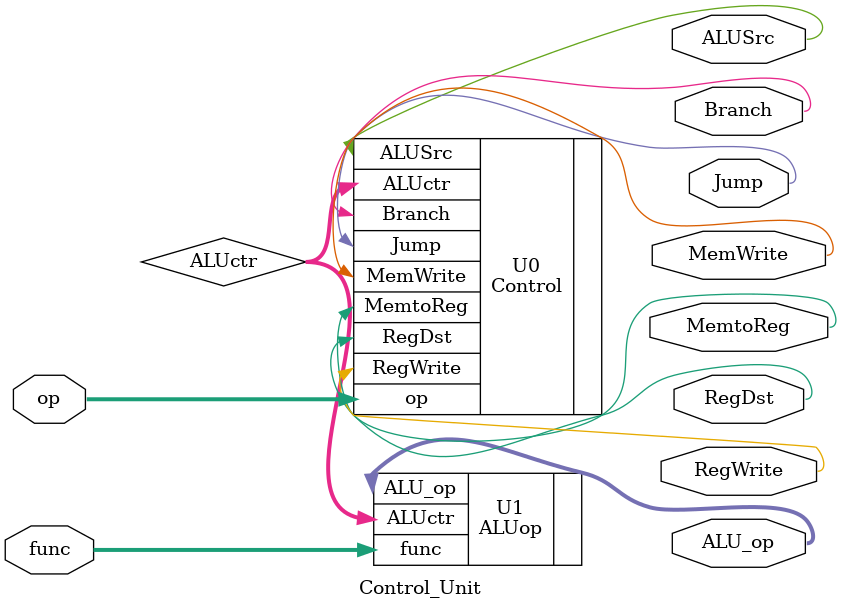
<source format=v>
`timescale 1ns / 1ps
module Control_Unit(
	input [5:0] op, func,
	output RegDst, RegWrite, ALUSrc,
	output MemWrite,MemtoReg,
	output Branch,Jump,
	output [2:0] ALU_op
    );
	wire [1:0] ALUctr;
	Control U0(.op(op),
		.RegDst(RegDst),
		.RegWrite(RegWrite),
		.ALUSrc(ALUSrc),
		.MemWrite(MemWrite),
		.MemtoReg(MemtoReg),
		.Branch(Branch),
		.Jump(Jump),
		.ALUctr(ALUctr)
		);
	ALUop U1(.func(func), .ALUctr(ALUctr), .ALU_op(ALU_op));

endmodule

</source>
